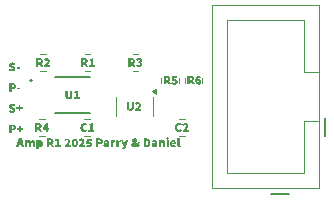
<source format=gbr>
%TF.GenerationSoftware,KiCad,Pcbnew,9.0.3*%
%TF.CreationDate,2025-08-16T16:24:49-06:00*%
%TF.ProjectId,Amplifier,416d706c-6966-4696-9572-2e6b69636164,rev?*%
%TF.SameCoordinates,Original*%
%TF.FileFunction,Legend,Top*%
%TF.FilePolarity,Positive*%
%FSLAX46Y46*%
G04 Gerber Fmt 4.6, Leading zero omitted, Abs format (unit mm)*
G04 Created by KiCad (PCBNEW 9.0.3) date 2025-08-16 16:24:49*
%MOMM*%
%LPD*%
G01*
G04 APERTURE LIST*
%ADD10C,0.150000*%
%ADD11C,0.200000*%
%ADD12C,0.120000*%
%ADD13C,0.127000*%
G04 APERTURE END LIST*
D10*
G36*
X133317000Y-119132000D02*
G01*
X133113301Y-119132000D01*
X133077495Y-118977540D01*
X132873796Y-118977540D01*
X132837942Y-119132000D01*
X132640984Y-119132000D01*
X132733361Y-118828699D01*
X132908479Y-118828699D01*
X133042764Y-118828699D01*
X133030454Y-118778336D01*
X133003587Y-118664177D01*
X132976720Y-118547771D01*
X132972275Y-118547771D01*
X132947069Y-118664763D01*
X132920789Y-118778336D01*
X132908479Y-118828699D01*
X132733361Y-118828699D01*
X132862561Y-118404498D01*
X133095374Y-118404498D01*
X133317000Y-119132000D01*
G37*
G36*
X133370489Y-118572390D02*
G01*
X133527195Y-118572390D01*
X133540628Y-118640681D01*
X133545074Y-118640681D01*
X133580017Y-118610091D01*
X133617272Y-118583577D01*
X133644033Y-118570278D01*
X133675583Y-118561918D01*
X133712966Y-118558957D01*
X133750419Y-118561755D01*
X133781568Y-118569588D01*
X133807537Y-118581916D01*
X133830530Y-118599189D01*
X133850443Y-118621176D01*
X133867425Y-118648496D01*
X133903641Y-118614817D01*
X133942408Y-118585824D01*
X133970395Y-118571189D01*
X134002536Y-118562128D01*
X134039763Y-118558957D01*
X134084760Y-118563281D01*
X134121023Y-118575337D01*
X134150388Y-118594482D01*
X134174048Y-118621092D01*
X134196679Y-118664501D01*
X134211288Y-118718986D01*
X134216595Y-118787275D01*
X134216595Y-119132000D01*
X134024131Y-119132000D01*
X134024131Y-118811895D01*
X134019939Y-118763050D01*
X134010698Y-118740283D01*
X133994091Y-118727159D01*
X133968151Y-118722355D01*
X133945729Y-118726297D01*
X133920067Y-118739439D01*
X133889798Y-118764903D01*
X133889798Y-119132000D01*
X133697286Y-119132000D01*
X133697286Y-118811895D01*
X133693094Y-118763050D01*
X133683852Y-118740283D01*
X133667252Y-118727157D01*
X133641354Y-118722355D01*
X133618902Y-118726301D01*
X133593238Y-118739445D01*
X133563001Y-118764903D01*
X133563001Y-119132000D01*
X133370489Y-119132000D01*
X133370489Y-118572390D01*
G37*
G36*
X134716278Y-118564111D02*
G01*
X134758325Y-118579131D01*
X134795534Y-118603335D01*
X134827153Y-118636187D01*
X134851925Y-118676151D01*
X134870824Y-118725726D01*
X134881979Y-118780143D01*
X134885918Y-118843256D01*
X134880763Y-118913470D01*
X134866330Y-118971972D01*
X134842994Y-119024526D01*
X134814257Y-119066542D01*
X134779078Y-119100814D01*
X134739861Y-119125307D01*
X134696989Y-119140448D01*
X134653106Y-119145433D01*
X134609085Y-119139422D01*
X134567720Y-119121258D01*
X134527760Y-119089452D01*
X134534501Y-119174547D01*
X134534501Y-119329006D01*
X134341989Y-119329006D01*
X134341989Y-118755963D01*
X134534501Y-118755963D01*
X134534501Y-118961860D01*
X134551987Y-118975292D01*
X134569184Y-118983158D01*
X134606113Y-118988727D01*
X134627034Y-118985402D01*
X134646182Y-118975336D01*
X134664292Y-118957415D01*
X134676625Y-118934827D01*
X134685460Y-118899212D01*
X134688960Y-118845503D01*
X134686229Y-118799130D01*
X134679236Y-118767161D01*
X134669372Y-118745900D01*
X134654233Y-118729176D01*
X134635084Y-118719191D01*
X134610607Y-118715663D01*
X134589148Y-118717973D01*
X134570845Y-118724602D01*
X134554072Y-118736072D01*
X134534501Y-118755963D01*
X134341989Y-118755963D01*
X134341989Y-118572390D01*
X134498695Y-118572390D01*
X134512129Y-118623877D01*
X134516574Y-118623877D01*
X134549862Y-118597590D01*
X134587111Y-118576884D01*
X134627186Y-118563424D01*
X134668786Y-118558957D01*
X134716278Y-118564111D01*
G37*
G36*
X135563389Y-118407341D02*
G01*
X135617328Y-118415684D01*
X135667872Y-118431086D01*
X135710237Y-118453737D01*
X135745692Y-118484945D01*
X135773496Y-118525935D01*
X135786046Y-118557030D01*
X135794102Y-118594480D01*
X135796993Y-118639557D01*
X135793109Y-118690967D01*
X135782230Y-118733730D01*
X135765094Y-118769397D01*
X135741381Y-118801233D01*
X135712983Y-118827960D01*
X135679463Y-118849948D01*
X135837293Y-119132000D01*
X135622408Y-119132000D01*
X135497062Y-118888001D01*
X135423203Y-118888001D01*
X135423203Y-119132000D01*
X135230691Y-119132000D01*
X135230691Y-118735789D01*
X135423203Y-118735789D01*
X135492568Y-118735789D01*
X135538361Y-118731082D01*
X135569931Y-118718744D01*
X135591174Y-118700104D01*
X135604220Y-118674522D01*
X135608974Y-118639557D01*
X135605227Y-118609795D01*
X135595186Y-118588961D01*
X135579323Y-118574637D01*
X135558692Y-118565372D01*
X135530482Y-118559082D01*
X135492568Y-118556710D01*
X135423203Y-118556710D01*
X135423203Y-118735789D01*
X135230691Y-118735789D01*
X135230691Y-118404498D01*
X135506002Y-118404498D01*
X135563389Y-118407341D01*
G37*
G36*
X135928933Y-118977540D02*
G01*
X136081145Y-118977540D01*
X136081145Y-118610443D01*
X135946860Y-118610443D01*
X135946860Y-118491790D01*
X136004876Y-118478084D01*
X136049784Y-118463849D01*
X136091503Y-118445786D01*
X136132631Y-118422425D01*
X136273657Y-118422425D01*
X136273657Y-118977540D01*
X136401249Y-118977540D01*
X136401249Y-119132000D01*
X135928933Y-119132000D01*
X135928933Y-118977540D01*
G37*
G36*
X136723064Y-119022334D02*
G01*
X136840007Y-118912621D01*
X136934578Y-118815803D01*
X136971606Y-118770123D01*
X136997788Y-118729634D01*
X137015396Y-118688736D01*
X137020747Y-118652990D01*
X137017672Y-118621792D01*
X137009400Y-118598767D01*
X136996665Y-118581916D01*
X136979401Y-118569395D01*
X136958656Y-118561683D01*
X136933455Y-118558957D01*
X136899576Y-118564188D01*
X136870196Y-118579669D01*
X136817048Y-118626124D01*
X136714124Y-118523151D01*
X136768933Y-118472251D01*
X136796682Y-118452263D01*
X136825450Y-118436445D01*
X136855843Y-118424290D01*
X136888123Y-118415733D01*
X136921987Y-118410743D01*
X136960321Y-118408992D01*
X137012517Y-118413315D01*
X137058800Y-118425796D01*
X137100860Y-118446138D01*
X137136030Y-118472788D01*
X137164704Y-118505982D01*
X137186392Y-118546110D01*
X137199704Y-118590869D01*
X137204320Y-118641804D01*
X137199839Y-118684089D01*
X137185855Y-118728510D01*
X137164997Y-118772087D01*
X137138277Y-118816389D01*
X137107544Y-118859201D01*
X137072771Y-118901434D01*
X137000621Y-118979787D01*
X137061633Y-118973632D01*
X137119274Y-118970848D01*
X137237879Y-118970848D01*
X137237879Y-119132000D01*
X136723064Y-119132000D01*
X136723064Y-119022334D01*
G37*
G36*
X137645452Y-118414843D02*
G01*
X137695981Y-118431951D01*
X137726661Y-118449581D01*
X137754556Y-118472368D01*
X137779903Y-118500778D01*
X137800953Y-118532685D01*
X137819115Y-118570460D01*
X137834173Y-118614937D01*
X137848150Y-118686234D01*
X137853224Y-118773842D01*
X137848171Y-118861589D01*
X137834173Y-118933919D01*
X137819120Y-118979137D01*
X137800957Y-119017665D01*
X137779903Y-119050325D01*
X137754535Y-119079493D01*
X137726634Y-119103026D01*
X137695981Y-119121399D01*
X137662813Y-119134648D01*
X137627346Y-119142690D01*
X137589100Y-119145433D01*
X137550142Y-119142666D01*
X137514499Y-119134602D01*
X137481633Y-119121399D01*
X137451348Y-119103062D01*
X137423620Y-119079536D01*
X137398249Y-119050325D01*
X137377218Y-119017670D01*
X137359055Y-118979142D01*
X137343978Y-118933919D01*
X137330016Y-118861591D01*
X137324976Y-118773842D01*
X137506302Y-118773842D01*
X137508179Y-118841026D01*
X137512994Y-118888050D01*
X137521429Y-118929102D01*
X137530921Y-118956291D01*
X137543868Y-118977822D01*
X137557202Y-118989313D01*
X137572813Y-118995631D01*
X137589100Y-118997715D01*
X137605422Y-118995629D01*
X137620998Y-118989313D01*
X137634372Y-118977816D01*
X137647328Y-118956291D01*
X137656809Y-118929101D01*
X137665206Y-118888050D01*
X137670056Y-118841027D01*
X137671947Y-118773842D01*
X137670045Y-118706843D01*
X137665206Y-118660806D01*
X137656792Y-118620850D01*
X137647328Y-118594763D01*
X137634385Y-118574443D01*
X137620998Y-118563988D01*
X137605482Y-118558531D01*
X137589100Y-118556710D01*
X137572753Y-118558528D01*
X137557202Y-118563988D01*
X137543855Y-118574437D01*
X137530921Y-118594763D01*
X137521446Y-118620850D01*
X137512994Y-118660806D01*
X137508190Y-118706844D01*
X137506302Y-118773842D01*
X137324976Y-118773842D01*
X137330027Y-118686162D01*
X137343978Y-118614351D01*
X137359104Y-118569517D01*
X137377273Y-118531770D01*
X137398249Y-118500192D01*
X137423563Y-118472104D01*
X137451284Y-118449507D01*
X137481633Y-118431951D01*
X137531883Y-118414882D01*
X137589100Y-118408992D01*
X137645452Y-118414843D01*
G37*
G36*
X137931382Y-119022334D02*
G01*
X138048325Y-118912621D01*
X138142896Y-118815803D01*
X138179924Y-118770123D01*
X138206106Y-118729634D01*
X138223714Y-118688736D01*
X138229065Y-118652990D01*
X138225990Y-118621792D01*
X138217718Y-118598767D01*
X138204983Y-118581916D01*
X138187719Y-118569395D01*
X138166974Y-118561683D01*
X138141773Y-118558957D01*
X138107895Y-118564188D01*
X138078514Y-118579669D01*
X138025367Y-118626124D01*
X137922443Y-118523151D01*
X137977251Y-118472251D01*
X138005000Y-118452263D01*
X138033769Y-118436445D01*
X138064161Y-118424290D01*
X138096441Y-118415733D01*
X138130305Y-118410743D01*
X138168639Y-118408992D01*
X138220835Y-118413315D01*
X138267118Y-118425796D01*
X138309179Y-118446138D01*
X138344348Y-118472788D01*
X138373022Y-118505982D01*
X138394711Y-118546110D01*
X138408023Y-118590869D01*
X138412638Y-118641804D01*
X138408157Y-118684089D01*
X138394173Y-118728510D01*
X138373315Y-118772087D01*
X138346595Y-118816389D01*
X138315862Y-118859201D01*
X138281089Y-118901434D01*
X138208940Y-118979787D01*
X138269951Y-118973632D01*
X138327593Y-118970848D01*
X138446197Y-118970848D01*
X138446197Y-119132000D01*
X137931382Y-119132000D01*
X137931382Y-119022334D01*
G37*
G36*
X138777293Y-119145433D02*
G01*
X138719626Y-119142000D01*
X138669824Y-119132279D01*
X138626741Y-119116905D01*
X138567649Y-119084048D01*
X138519861Y-119044707D01*
X138604906Y-118923807D01*
X138638523Y-118950618D01*
X138673196Y-118971972D01*
X138710002Y-118986263D01*
X138748179Y-118990974D01*
X138781076Y-118988148D01*
X138806450Y-118980455D01*
X138825946Y-118968601D01*
X138840669Y-118951814D01*
X138849984Y-118929300D01*
X138853399Y-118899187D01*
X138850086Y-118869805D01*
X138840987Y-118847441D01*
X138826532Y-118830408D01*
X138807455Y-118817931D01*
X138784644Y-118810190D01*
X138757118Y-118807450D01*
X138731375Y-118809110D01*
X138709540Y-118814142D01*
X138686630Y-118824254D01*
X138658639Y-118841009D01*
X138575841Y-118787275D01*
X138593720Y-118422425D01*
X139014550Y-118422425D01*
X139014550Y-118583577D01*
X138759365Y-118583577D01*
X138750426Y-118686549D01*
X138784522Y-118677610D01*
X138817593Y-118675363D01*
X138862624Y-118678764D01*
X138904885Y-118688796D01*
X138944019Y-118705721D01*
X138977621Y-118729096D01*
X139005470Y-118759210D01*
X139027446Y-118797387D01*
X139041044Y-118841113D01*
X139045911Y-118894742D01*
X139040269Y-118951861D01*
X139024076Y-119001085D01*
X138998251Y-119044593D01*
X138965311Y-119079976D01*
X138925720Y-119107940D01*
X138879679Y-119128678D01*
X138830024Y-119141200D01*
X138777293Y-119145433D01*
G37*
G36*
X139728331Y-118407495D02*
G01*
X139782938Y-118416270D01*
X139833925Y-118432476D01*
X139876923Y-118456570D01*
X139912929Y-118489315D01*
X139941256Y-118531553D01*
X139954169Y-118563406D01*
X139962402Y-118601249D01*
X139965339Y-118646249D01*
X139962447Y-118690509D01*
X139954253Y-118728620D01*
X139941256Y-118761532D01*
X139912926Y-118805606D01*
X139876923Y-118840471D01*
X139834018Y-118867110D01*
X139784062Y-118886340D01*
X139730608Y-118897622D01*
X139674348Y-118901434D01*
X139596043Y-118901434D01*
X139596043Y-119132000D01*
X139403531Y-119132000D01*
X139403531Y-118749222D01*
X139596043Y-118749222D01*
X139665408Y-118749222D01*
X139702555Y-118745765D01*
X139729935Y-118736500D01*
X139749916Y-118722355D01*
X139764681Y-118702811D01*
X139773967Y-118677963D01*
X139777321Y-118646249D01*
X139773512Y-118614967D01*
X139763260Y-118592633D01*
X139747083Y-118576884D01*
X139725953Y-118566339D01*
X139697862Y-118559322D01*
X139660914Y-118556710D01*
X139596043Y-118556710D01*
X139596043Y-118749222D01*
X139403531Y-118749222D01*
X139403531Y-118404498D01*
X139669903Y-118404498D01*
X139728331Y-118407495D01*
G37*
G36*
X140330579Y-118563246D02*
G01*
X140376032Y-118575359D01*
X140414604Y-118594639D01*
X140447425Y-118621092D01*
X140472737Y-118653677D01*
X140492101Y-118696131D01*
X140504863Y-118750850D01*
X140509561Y-118820834D01*
X140509561Y-119132000D01*
X140352854Y-119132000D01*
X140339421Y-119078266D01*
X140334927Y-119078266D01*
X140300045Y-119105789D01*
X140263852Y-119126968D01*
X140224758Y-119140708D01*
X140180468Y-119145433D01*
X140142712Y-119141826D01*
X140109979Y-119131462D01*
X140080778Y-119114916D01*
X140056783Y-119093946D01*
X140037721Y-119068619D01*
X140023810Y-119039138D01*
X140015449Y-119007103D01*
X140012624Y-118973046D01*
X140014345Y-118957415D01*
X140196148Y-118957415D01*
X140199285Y-118974855D01*
X140208007Y-118986814D01*
X140223138Y-118994645D01*
X140247635Y-118997715D01*
X140269623Y-118994886D01*
X140286225Y-118987066D01*
X140317048Y-118959662D01*
X140317048Y-118883556D01*
X140270686Y-118892641D01*
X140240434Y-118902970D01*
X140221891Y-118913793D01*
X140202024Y-118935733D01*
X140196148Y-118957415D01*
X140014345Y-118957415D01*
X140017236Y-118931155D01*
X140030532Y-118895124D01*
X140052510Y-118863648D01*
X140084236Y-118835977D01*
X140120119Y-118815637D01*
X140168782Y-118797226D01*
X140233271Y-118781473D01*
X140317048Y-118769397D01*
X140309713Y-118744093D01*
X140295306Y-118726656D01*
X140272744Y-118715445D01*
X140238695Y-118711169D01*
X140208276Y-118713994D01*
X140174899Y-118722942D01*
X140140486Y-118736849D01*
X140097669Y-118758161D01*
X140030503Y-118632816D01*
X140090785Y-118600908D01*
X140150279Y-118578008D01*
X140211793Y-118563767D01*
X140276748Y-118558957D01*
X140330579Y-118563246D01*
G37*
G36*
X140635248Y-118572390D02*
G01*
X140791954Y-118572390D01*
X140805388Y-118668622D01*
X140809833Y-118668622D01*
X140833125Y-118632579D01*
X140857923Y-118605240D01*
X140884278Y-118585286D01*
X140913841Y-118570240D01*
X140941839Y-118561707D01*
X140968786Y-118558957D01*
X141010161Y-118561790D01*
X141038151Y-118570143D01*
X141006839Y-118735789D01*
X140977139Y-118729634D01*
X140944166Y-118726849D01*
X140914260Y-118731697D01*
X140880907Y-118747561D01*
X140861479Y-118763669D01*
X140843726Y-118787444D01*
X140827760Y-118820834D01*
X140827760Y-119132000D01*
X140635248Y-119132000D01*
X140635248Y-118572390D01*
G37*
G36*
X141103413Y-118572390D02*
G01*
X141260119Y-118572390D01*
X141273552Y-118668622D01*
X141277997Y-118668622D01*
X141301290Y-118632579D01*
X141326088Y-118605240D01*
X141352443Y-118585286D01*
X141382006Y-118570240D01*
X141410003Y-118561707D01*
X141436951Y-118558957D01*
X141478325Y-118561790D01*
X141506316Y-118570143D01*
X141475004Y-118735789D01*
X141445304Y-118729634D01*
X141412331Y-118726849D01*
X141382424Y-118731697D01*
X141349072Y-118747561D01*
X141329643Y-118763669D01*
X141311890Y-118787444D01*
X141295925Y-118820834D01*
X141295925Y-119132000D01*
X141103413Y-119132000D01*
X141103413Y-118572390D01*
G37*
G36*
X141654376Y-119342390D02*
G01*
X141606846Y-119339606D01*
X141569330Y-119331204D01*
X141602889Y-119185733D01*
X141620231Y-119190178D01*
X141638744Y-119192425D01*
X141674792Y-119188175D01*
X141697460Y-119177331D01*
X141714224Y-119159823D01*
X141726037Y-119136494D01*
X141732729Y-119111874D01*
X141520091Y-118572390D01*
X141712603Y-118572390D01*
X141779770Y-118787275D01*
X141801019Y-118865091D01*
X141820021Y-118946228D01*
X141824515Y-118946228D01*
X141841856Y-118866752D01*
X141860321Y-118787275D01*
X141916302Y-118572390D01*
X142099826Y-118572390D01*
X141911808Y-119123060D01*
X141888522Y-119177869D01*
X141866476Y-119221539D01*
X141841209Y-119259984D01*
X141813329Y-119289780D01*
X141781019Y-119313126D01*
X141744452Y-119329494D01*
X141704001Y-119338968D01*
X141654376Y-119342390D01*
G37*
G36*
X142713275Y-118396674D02*
G01*
X142759161Y-118412388D01*
X142796699Y-118437519D01*
X142819462Y-118462460D01*
X142835724Y-118491205D01*
X142845782Y-118524508D01*
X142849309Y-118563451D01*
X142846136Y-118598083D01*
X142837000Y-118628371D01*
X142822740Y-118656297D01*
X142804515Y-118682055D01*
X142782985Y-118705555D01*
X142758060Y-118727387D01*
X142703789Y-118766026D01*
X142764215Y-118822544D01*
X142831382Y-118874568D01*
X142855545Y-118839606D01*
X142877251Y-118800709D01*
X142895310Y-118759136D01*
X142909735Y-118713416D01*
X143084320Y-118713416D01*
X143062770Y-118776152D01*
X143036204Y-118836563D01*
X143004246Y-118894662D01*
X142965716Y-118951797D01*
X143031174Y-118978555D01*
X143086567Y-118990974D01*
X143041822Y-119145433D01*
X142993863Y-119134341D01*
X142944955Y-119118566D01*
X142896577Y-119098873D01*
X142847062Y-119074896D01*
X142796764Y-119103854D01*
X142740719Y-119126431D01*
X142680587Y-119140513D01*
X142612003Y-119145433D01*
X142550690Y-119140824D01*
X142501214Y-119128092D01*
X142457464Y-119107320D01*
X142423448Y-119081637D01*
X142396365Y-119050170D01*
X142376993Y-119014470D01*
X142365238Y-118975605D01*
X142361312Y-118934993D01*
X142362105Y-118923807D01*
X142542638Y-118923807D01*
X142545493Y-118945049D01*
X142553779Y-118963064D01*
X142567795Y-118978664D01*
X142585736Y-118990052D01*
X142608267Y-118997295D01*
X142636623Y-118999913D01*
X142669480Y-118995762D01*
X142708284Y-118982034D01*
X142636250Y-118919285D01*
X142576197Y-118855565D01*
X142561967Y-118871838D01*
X142551577Y-118888050D01*
X142544873Y-118905365D01*
X142542638Y-118923807D01*
X142362105Y-118923807D01*
X142363931Y-118898063D01*
X142371375Y-118866166D01*
X142383535Y-118836820D01*
X142399365Y-118811357D01*
X142418638Y-118788448D01*
X142440789Y-118767687D01*
X142490028Y-118732418D01*
X142471035Y-118694074D01*
X142457544Y-118657436D01*
X142449033Y-118620868D01*
X142446358Y-118588071D01*
X142604187Y-118588071D01*
X142608947Y-118622602D01*
X142624313Y-118660806D01*
X142656838Y-118639458D01*
X142681417Y-118618308D01*
X142698162Y-118593467D01*
X142703789Y-118563451D01*
X142700746Y-118541654D01*
X142692799Y-118527786D01*
X142680206Y-118519480D01*
X142661242Y-118516410D01*
X142640408Y-118520766D01*
X142621528Y-118534337D01*
X142608948Y-118555459D01*
X142604187Y-118588071D01*
X142446358Y-118588071D01*
X142450009Y-118549676D01*
X142460914Y-118513088D01*
X142478706Y-118479458D01*
X142502875Y-118450415D01*
X142532766Y-118426437D01*
X142568919Y-118407331D01*
X142609327Y-118395296D01*
X142656797Y-118391064D01*
X142713275Y-118396674D01*
G37*
G36*
X143708573Y-118409724D02*
G01*
X143779533Y-118424672D01*
X143823896Y-118441000D01*
X143863052Y-118462264D01*
X143897600Y-118488468D01*
X143927568Y-118519726D01*
X143953120Y-118556782D01*
X143974292Y-118600381D01*
X143988964Y-118646676D01*
X143998353Y-118701069D01*
X144001696Y-118764903D01*
X143998433Y-118828715D01*
X143989240Y-118883518D01*
X143974829Y-118930548D01*
X143954037Y-118974923D01*
X143928867Y-119012725D01*
X143899309Y-119044707D01*
X143865121Y-119071752D01*
X143826860Y-119093738D01*
X143784027Y-119110750D01*
X143715524Y-119126536D01*
X143639093Y-119132000D01*
X143413022Y-119132000D01*
X143413022Y-118977540D01*
X143605534Y-118977540D01*
X143616720Y-118977540D01*
X143655161Y-118975121D01*
X143690579Y-118968064D01*
X143723041Y-118954957D01*
X143750419Y-118935042D01*
X143772352Y-118908028D01*
X143790182Y-118870122D01*
X143800731Y-118825691D01*
X143804739Y-118764903D01*
X143800706Y-118704253D01*
X143790182Y-118660806D01*
X143772352Y-118624034D01*
X143750419Y-118598133D01*
X143723095Y-118579364D01*
X143690579Y-118567359D01*
X143655197Y-118561106D01*
X143616720Y-118558957D01*
X143605534Y-118558957D01*
X143605534Y-118977540D01*
X143413022Y-118977540D01*
X143413022Y-118404498D01*
X143627907Y-118404498D01*
X143708573Y-118409724D01*
G37*
G36*
X144411975Y-118563246D02*
G01*
X144457427Y-118575359D01*
X144496000Y-118594639D01*
X144528821Y-118621092D01*
X144554133Y-118653677D01*
X144573497Y-118696131D01*
X144586259Y-118750850D01*
X144590956Y-118820834D01*
X144590956Y-119132000D01*
X144434250Y-119132000D01*
X144420817Y-119078266D01*
X144416323Y-119078266D01*
X144381440Y-119105789D01*
X144345248Y-119126968D01*
X144306154Y-119140708D01*
X144261863Y-119145433D01*
X144224108Y-119141826D01*
X144191375Y-119131462D01*
X144162173Y-119114916D01*
X144138179Y-119093946D01*
X144119117Y-119068619D01*
X144105206Y-119039138D01*
X144096845Y-119007103D01*
X144094020Y-118973046D01*
X144095741Y-118957415D01*
X144277544Y-118957415D01*
X144280681Y-118974855D01*
X144289402Y-118986814D01*
X144304533Y-118994645D01*
X144329030Y-118997715D01*
X144351018Y-118994886D01*
X144367621Y-118987066D01*
X144398444Y-118959662D01*
X144398444Y-118883556D01*
X144352082Y-118892641D01*
X144321830Y-118902970D01*
X144303287Y-118913793D01*
X144283420Y-118935733D01*
X144277544Y-118957415D01*
X144095741Y-118957415D01*
X144098632Y-118931155D01*
X144111927Y-118895124D01*
X144133905Y-118863648D01*
X144165632Y-118835977D01*
X144201514Y-118815637D01*
X144250178Y-118797226D01*
X144314667Y-118781473D01*
X144398444Y-118769397D01*
X144391109Y-118744093D01*
X144376702Y-118726656D01*
X144354140Y-118715445D01*
X144320091Y-118711169D01*
X144289671Y-118713994D01*
X144256295Y-118722942D01*
X144221881Y-118736849D01*
X144179065Y-118758161D01*
X144111898Y-118632816D01*
X144172181Y-118600908D01*
X144231675Y-118578008D01*
X144293189Y-118563767D01*
X144358144Y-118558957D01*
X144411975Y-118563246D01*
G37*
G36*
X144716644Y-118572390D02*
G01*
X144873350Y-118572390D01*
X144886783Y-118639557D01*
X144891228Y-118639557D01*
X144926955Y-118609370D01*
X144967921Y-118583039D01*
X144997507Y-118569893D01*
X145030652Y-118561776D01*
X145068060Y-118558957D01*
X145113067Y-118563299D01*
X145149114Y-118575374D01*
X145178106Y-118594513D01*
X145201270Y-118621092D01*
X145223273Y-118664418D01*
X145237513Y-118718904D01*
X145242694Y-118787275D01*
X145242694Y-119132000D01*
X145050182Y-119132000D01*
X145050182Y-118811895D01*
X145045990Y-118763050D01*
X145036748Y-118740283D01*
X145020141Y-118727159D01*
X144994201Y-118722355D01*
X144968885Y-118725326D01*
X144949407Y-118733542D01*
X144909156Y-118764903D01*
X144909156Y-119132000D01*
X144716644Y-119132000D01*
X144716644Y-118572390D01*
G37*
G36*
X145368479Y-118572390D02*
G01*
X145560991Y-118572390D01*
X145560991Y-119132000D01*
X145368479Y-119132000D01*
X145368479Y-118572390D01*
G37*
G36*
X145464711Y-118502976D02*
G01*
X145434400Y-118499811D01*
X145409005Y-118490808D01*
X145387481Y-118476159D01*
X145370740Y-118456553D01*
X145360753Y-118433756D01*
X145357293Y-118406745D01*
X145360754Y-118379736D01*
X145370742Y-118356955D01*
X145387481Y-118337380D01*
X145409008Y-118322702D01*
X145434403Y-118313683D01*
X145464711Y-118310513D01*
X145495050Y-118313686D01*
X145520442Y-118322706D01*
X145541940Y-118337380D01*
X145558709Y-118356959D01*
X145568712Y-118379739D01*
X145572177Y-118406745D01*
X145568713Y-118433752D01*
X145558711Y-118456550D01*
X145541940Y-118476159D01*
X145520446Y-118490804D01*
X145495053Y-118499809D01*
X145464711Y-118502976D01*
G37*
G36*
X145988949Y-118564548D02*
G01*
X146037411Y-118580255D01*
X146079671Y-118605634D01*
X146113517Y-118638434D01*
X146139758Y-118678041D01*
X146158849Y-118724602D01*
X146170129Y-118774994D01*
X146173992Y-118829822D01*
X146171159Y-118877938D01*
X146166127Y-118910374D01*
X145847195Y-118910374D01*
X145859244Y-118941939D01*
X145875307Y-118964655D01*
X145895311Y-118980325D01*
X145932226Y-118994811D01*
X145976986Y-118999913D01*
X146005727Y-118997817D01*
X146033503Y-118991560D01*
X146060947Y-118981359D01*
X146091145Y-118966354D01*
X146153817Y-119080513D01*
X146105734Y-119108826D01*
X146052554Y-119129215D01*
X145997905Y-119141589D01*
X145950119Y-119145433D01*
X145890163Y-119140425D01*
X145835960Y-119125845D01*
X145786650Y-119101643D01*
X145744759Y-119068789D01*
X145710569Y-119027491D01*
X145683748Y-118976466D01*
X145671568Y-118939267D01*
X145664001Y-118898046D01*
X145661375Y-118852195D01*
X145664060Y-118807128D01*
X145668275Y-118785028D01*
X145844948Y-118785028D01*
X146010593Y-118785028D01*
X146006413Y-118754300D01*
X145994327Y-118728559D01*
X145981554Y-118715886D01*
X145962427Y-118707619D01*
X145934487Y-118704477D01*
X145903903Y-118709307D01*
X145877921Y-118723528D01*
X145864292Y-118737810D01*
X145853202Y-118757803D01*
X145844948Y-118785028D01*
X145668275Y-118785028D01*
X145671814Y-118766472D01*
X145684334Y-118729634D01*
X145711285Y-118678861D01*
X145744759Y-118637310D01*
X145785051Y-118603653D01*
X145830391Y-118579131D01*
X145879430Y-118563984D01*
X145929993Y-118558957D01*
X145988949Y-118564548D01*
G37*
G36*
X146451354Y-119145433D02*
G01*
X146404551Y-119141355D01*
X146369093Y-119130339D01*
X146339120Y-119111854D01*
X146315946Y-119087254D01*
X146298992Y-119057174D01*
X146287418Y-119020674D01*
X146281212Y-118980894D01*
X146279016Y-118934993D01*
X146279016Y-118353011D01*
X146471528Y-118353011D01*
X146471528Y-118941734D01*
X146474700Y-118967883D01*
X146482129Y-118980911D01*
X146493146Y-118988702D01*
X146502840Y-118990974D01*
X146512366Y-118990974D01*
X146523015Y-118988727D01*
X146545388Y-119129752D01*
X146506748Y-119140939D01*
X146451354Y-119145433D01*
G37*
G36*
X132380400Y-117232495D02*
G01*
X132435006Y-117241270D01*
X132485993Y-117257476D01*
X132528991Y-117281570D01*
X132564997Y-117314315D01*
X132593325Y-117356553D01*
X132606238Y-117388406D01*
X132614471Y-117426249D01*
X132617407Y-117471249D01*
X132614516Y-117515509D01*
X132606322Y-117553620D01*
X132593325Y-117586532D01*
X132564995Y-117630606D01*
X132528991Y-117665471D01*
X132486087Y-117692110D01*
X132436130Y-117711340D01*
X132382677Y-117722622D01*
X132326416Y-117726434D01*
X132248112Y-117726434D01*
X132248112Y-117957000D01*
X132055600Y-117957000D01*
X132055600Y-117574222D01*
X132248112Y-117574222D01*
X132317477Y-117574222D01*
X132354623Y-117570765D01*
X132382003Y-117561500D01*
X132401985Y-117547355D01*
X132416749Y-117527811D01*
X132426035Y-117502963D01*
X132429389Y-117471249D01*
X132425581Y-117439967D01*
X132415328Y-117417633D01*
X132399152Y-117401884D01*
X132378021Y-117391339D01*
X132349930Y-117384322D01*
X132312983Y-117381710D01*
X132248112Y-117381710D01*
X132248112Y-117574222D01*
X132055600Y-117574222D01*
X132055600Y-117229498D01*
X132321971Y-117229498D01*
X132380400Y-117232495D01*
G37*
G36*
X132888565Y-117654822D02*
G01*
X132693806Y-117654822D01*
X132693806Y-117520489D01*
X132888565Y-117520489D01*
X132888565Y-117319037D01*
X133027344Y-117319037D01*
X133027344Y-117520489D01*
X133222055Y-117520489D01*
X133222055Y-117654822D01*
X133027344Y-117654822D01*
X133027344Y-117856274D01*
X132888565Y-117856274D01*
X132888565Y-117654822D01*
G37*
G36*
X132286165Y-112720433D02*
G01*
X132216743Y-112714313D01*
X132143429Y-112695276D01*
X132096303Y-112675391D01*
X132052208Y-112649188D01*
X132010806Y-112616337D01*
X132120519Y-112484299D01*
X132161272Y-112512725D01*
X132204979Y-112535199D01*
X132250151Y-112550139D01*
X132290610Y-112554787D01*
X132330799Y-112550859D01*
X132353869Y-112541354D01*
X132368513Y-112525216D01*
X132373457Y-112503301D01*
X132371693Y-112490732D01*
X132366716Y-112480928D01*
X132347128Y-112464124D01*
X132316353Y-112449030D01*
X132274930Y-112432812D01*
X132184316Y-112394759D01*
X132155911Y-112381795D01*
X132128335Y-112365060D01*
X132103111Y-112344893D01*
X132081294Y-112321438D01*
X132063387Y-112294660D01*
X132049396Y-112263796D01*
X132040695Y-112230197D01*
X132037672Y-112192136D01*
X132042743Y-112146512D01*
X132057798Y-112104306D01*
X132081758Y-112066140D01*
X132113778Y-112032694D01*
X132152484Y-112005445D01*
X132199361Y-111983992D01*
X132250802Y-111970673D01*
X132308538Y-111966064D01*
X132370935Y-111971823D01*
X132435544Y-111989609D01*
X132476727Y-112008160D01*
X132514864Y-112032659D01*
X132550289Y-112063468D01*
X132454009Y-112184320D01*
X132416831Y-112161136D01*
X132382934Y-112145143D01*
X132347719Y-112135147D01*
X132308538Y-112131710D01*
X132275121Y-112135133D01*
X132252557Y-112144020D01*
X132237522Y-112159300D01*
X132232431Y-112180949D01*
X132235432Y-112196415D01*
X132244464Y-112209443D01*
X132260959Y-112220712D01*
X132339849Y-112253734D01*
X132428265Y-112288416D01*
X132471644Y-112309478D01*
X132506302Y-112334485D01*
X132533485Y-112363399D01*
X132553428Y-112397262D01*
X132565953Y-112438094D01*
X132570415Y-112487621D01*
X132565669Y-112532614D01*
X132551364Y-112576085D01*
X132528145Y-112615758D01*
X132495969Y-112650482D01*
X132456365Y-112678705D01*
X132407016Y-112701431D01*
X132352019Y-112715440D01*
X132286165Y-112720433D01*
G37*
G36*
X132677637Y-112355583D02*
G01*
X132959689Y-112355583D01*
X132959689Y-112489868D01*
X132677637Y-112489868D01*
X132677637Y-112355583D01*
G37*
G36*
X132380400Y-113732495D02*
G01*
X132435006Y-113741270D01*
X132485993Y-113757476D01*
X132528991Y-113781570D01*
X132564997Y-113814315D01*
X132593325Y-113856553D01*
X132606238Y-113888406D01*
X132614471Y-113926249D01*
X132617407Y-113971249D01*
X132614516Y-114015509D01*
X132606322Y-114053620D01*
X132593325Y-114086532D01*
X132564995Y-114130606D01*
X132528991Y-114165471D01*
X132486087Y-114192110D01*
X132436130Y-114211340D01*
X132382677Y-114222622D01*
X132326416Y-114226434D01*
X132248112Y-114226434D01*
X132248112Y-114457000D01*
X132055600Y-114457000D01*
X132055600Y-114074222D01*
X132248112Y-114074222D01*
X132317477Y-114074222D01*
X132354623Y-114070765D01*
X132382003Y-114061500D01*
X132401985Y-114047355D01*
X132416749Y-114027811D01*
X132426035Y-114002963D01*
X132429389Y-113971249D01*
X132425581Y-113939967D01*
X132415328Y-113917633D01*
X132399152Y-113901884D01*
X132378021Y-113891339D01*
X132349930Y-113884322D01*
X132312983Y-113881710D01*
X132248112Y-113881710D01*
X132248112Y-114074222D01*
X132055600Y-114074222D01*
X132055600Y-113729498D01*
X132321971Y-113729498D01*
X132380400Y-113732495D01*
G37*
G36*
X132682327Y-114105583D02*
G01*
X132964378Y-114105583D01*
X132964378Y-114239868D01*
X132682327Y-114239868D01*
X132682327Y-114105583D01*
G37*
G36*
X132286165Y-116220433D02*
G01*
X132216743Y-116214313D01*
X132143429Y-116195276D01*
X132096303Y-116175391D01*
X132052208Y-116149188D01*
X132010806Y-116116337D01*
X132120519Y-115984299D01*
X132161272Y-116012725D01*
X132204979Y-116035199D01*
X132250151Y-116050139D01*
X132290610Y-116054787D01*
X132330799Y-116050859D01*
X132353869Y-116041354D01*
X132368513Y-116025216D01*
X132373457Y-116003301D01*
X132371693Y-115990732D01*
X132366716Y-115980928D01*
X132347128Y-115964124D01*
X132316353Y-115949030D01*
X132274930Y-115932812D01*
X132184316Y-115894759D01*
X132155911Y-115881795D01*
X132128335Y-115865060D01*
X132103111Y-115844893D01*
X132081294Y-115821438D01*
X132063387Y-115794660D01*
X132049396Y-115763796D01*
X132040695Y-115730197D01*
X132037672Y-115692136D01*
X132042743Y-115646512D01*
X132057798Y-115604306D01*
X132081758Y-115566140D01*
X132113778Y-115532694D01*
X132152484Y-115505445D01*
X132199361Y-115483992D01*
X132250802Y-115470673D01*
X132308538Y-115466064D01*
X132370935Y-115471823D01*
X132435544Y-115489609D01*
X132476727Y-115508160D01*
X132514864Y-115532659D01*
X132550289Y-115563468D01*
X132454009Y-115684320D01*
X132416831Y-115661136D01*
X132382934Y-115645143D01*
X132347719Y-115635147D01*
X132308538Y-115631710D01*
X132275121Y-115635133D01*
X132252557Y-115644020D01*
X132237522Y-115659300D01*
X132232431Y-115680949D01*
X132235432Y-115696415D01*
X132244464Y-115709443D01*
X132260959Y-115720712D01*
X132339849Y-115753734D01*
X132428265Y-115788416D01*
X132471644Y-115809478D01*
X132506302Y-115834485D01*
X132533485Y-115863399D01*
X132553428Y-115897262D01*
X132565953Y-115938094D01*
X132570415Y-115987621D01*
X132565669Y-116032614D01*
X132551364Y-116076085D01*
X132528145Y-116115758D01*
X132495969Y-116150482D01*
X132456365Y-116178705D01*
X132407016Y-116201431D01*
X132352019Y-116215440D01*
X132286165Y-116220433D01*
G37*
G36*
X132839326Y-115904822D02*
G01*
X132644567Y-115904822D01*
X132644567Y-115770489D01*
X132839326Y-115770489D01*
X132839326Y-115569037D01*
X132978105Y-115569037D01*
X132978105Y-115770489D01*
X133172815Y-115770489D01*
X133172815Y-115904822D01*
X132978105Y-115904822D01*
X132978105Y-116106274D01*
X132839326Y-116106274D01*
X132839326Y-115904822D01*
G37*
G36*
X146416259Y-117845433D02*
G01*
X146348134Y-117839662D01*
X146283587Y-117822523D01*
X146243050Y-117804536D01*
X146206246Y-117781463D01*
X146172798Y-117753109D01*
X146143804Y-117720217D01*
X146118622Y-117681646D01*
X146097278Y-117636703D01*
X146082154Y-117589274D01*
X146072631Y-117535320D01*
X146069288Y-117473842D01*
X146072729Y-117413187D01*
X146082598Y-117359211D01*
X146098402Y-117311030D01*
X146120443Y-117265311D01*
X146146368Y-117225590D01*
X146176169Y-117191253D01*
X146210352Y-117161257D01*
X146247555Y-117136520D01*
X146288081Y-117116808D01*
X146330881Y-117102519D01*
X146374967Y-117093947D01*
X146420704Y-117091064D01*
X146468547Y-117094392D01*
X146511579Y-117104017D01*
X146550544Y-117119641D01*
X146604013Y-117151428D01*
X146646824Y-117187345D01*
X146546099Y-117310443D01*
X146518465Y-117288811D01*
X146490656Y-117271853D01*
X146460572Y-117260623D01*
X146425199Y-117256710D01*
X146393686Y-117260359D01*
X146364187Y-117271267D01*
X146337572Y-117288704D01*
X146313824Y-117312690D01*
X146294644Y-117341906D01*
X146279141Y-117378734D01*
X146269652Y-117419436D01*
X146266294Y-117467150D01*
X146269457Y-117519419D01*
X146278198Y-117562106D01*
X146291658Y-117596840D01*
X146309379Y-117624979D01*
X146332906Y-117649181D01*
X146359231Y-117666045D01*
X146388936Y-117676257D01*
X146422952Y-117679787D01*
X146463667Y-117675036D01*
X146498520Y-117661323D01*
X146529443Y-117640817D01*
X146555038Y-117617115D01*
X146655764Y-117737966D01*
X146622434Y-117771187D01*
X146586523Y-117797894D01*
X146547760Y-117818566D01*
X146506353Y-117833402D01*
X146462674Y-117842384D01*
X146416259Y-117845433D01*
G37*
G36*
X146716092Y-117722334D02*
G01*
X146833035Y-117612621D01*
X146927606Y-117515803D01*
X146964634Y-117470123D01*
X146990816Y-117429634D01*
X147008424Y-117388736D01*
X147013775Y-117352990D01*
X147010700Y-117321792D01*
X147002428Y-117298767D01*
X146989693Y-117281916D01*
X146972429Y-117269395D01*
X146951684Y-117261683D01*
X146926483Y-117258957D01*
X146892604Y-117264188D01*
X146863224Y-117279669D01*
X146810076Y-117326124D01*
X146707152Y-117223151D01*
X146761961Y-117172251D01*
X146789710Y-117152263D01*
X146818478Y-117136445D01*
X146848871Y-117124290D01*
X146881151Y-117115733D01*
X146915015Y-117110743D01*
X146953349Y-117108992D01*
X147005545Y-117113315D01*
X147051828Y-117125796D01*
X147093888Y-117146138D01*
X147129058Y-117172788D01*
X147157732Y-117205982D01*
X147179420Y-117246110D01*
X147192733Y-117290869D01*
X147197348Y-117341804D01*
X147192867Y-117384089D01*
X147178883Y-117428510D01*
X147158025Y-117472087D01*
X147131305Y-117516389D01*
X147100572Y-117559201D01*
X147065799Y-117601434D01*
X146993649Y-117679787D01*
X147054661Y-117673632D01*
X147112303Y-117670848D01*
X147230907Y-117670848D01*
X147230907Y-117832000D01*
X146716092Y-117832000D01*
X146716092Y-117722334D01*
G37*
G36*
X137099875Y-115095433D02*
G01*
X137037604Y-115091323D01*
X136985122Y-115079783D01*
X136940846Y-115061651D01*
X136903482Y-115037273D01*
X136872094Y-115006480D01*
X136847487Y-114970856D01*
X136827172Y-114927075D01*
X136811550Y-114873649D01*
X136801372Y-114808818D01*
X136797698Y-114730583D01*
X136797698Y-114354498D01*
X136990210Y-114354498D01*
X136990210Y-114752956D01*
X136993942Y-114818153D01*
X137003382Y-114861937D01*
X137016490Y-114890073D01*
X137036897Y-114911727D01*
X137063951Y-114924997D01*
X137099875Y-114929787D01*
X137135874Y-114925022D01*
X137163339Y-114911761D01*
X137184383Y-114890073D01*
X137198083Y-114861846D01*
X137207908Y-114818056D01*
X137211787Y-114752956D01*
X137211787Y-114354498D01*
X137397607Y-114354498D01*
X137397607Y-114730583D01*
X137394002Y-114808925D01*
X137384020Y-114873807D01*
X137368715Y-114927226D01*
X137348843Y-114970951D01*
X137324822Y-115006480D01*
X137294071Y-115037269D01*
X137257323Y-115061636D01*
X137213634Y-115079766D01*
X137161689Y-115091316D01*
X137099875Y-115095433D01*
G37*
G36*
X137548109Y-114927540D02*
G01*
X137700321Y-114927540D01*
X137700321Y-114560443D01*
X137566037Y-114560443D01*
X137566037Y-114441790D01*
X137624053Y-114428084D01*
X137668961Y-114413849D01*
X137710680Y-114395786D01*
X137751808Y-114372425D01*
X137892834Y-114372425D01*
X137892834Y-114927540D01*
X138020426Y-114927540D01*
X138020426Y-115082000D01*
X137548109Y-115082000D01*
X137548109Y-114927540D01*
G37*
G36*
X145458727Y-113107341D02*
G01*
X145512666Y-113115684D01*
X145563211Y-113131086D01*
X145605576Y-113153737D01*
X145641031Y-113184945D01*
X145668835Y-113225935D01*
X145681385Y-113257030D01*
X145689441Y-113294480D01*
X145692331Y-113339557D01*
X145688447Y-113390967D01*
X145677568Y-113433730D01*
X145660433Y-113469397D01*
X145636719Y-113501233D01*
X145608322Y-113527960D01*
X145574801Y-113549948D01*
X145732631Y-113832000D01*
X145517746Y-113832000D01*
X145392401Y-113588001D01*
X145318542Y-113588001D01*
X145318542Y-113832000D01*
X145126030Y-113832000D01*
X145126030Y-113435789D01*
X145318542Y-113435789D01*
X145387907Y-113435789D01*
X145433700Y-113431082D01*
X145465269Y-113418744D01*
X145486512Y-113400104D01*
X145499559Y-113374522D01*
X145504313Y-113339557D01*
X145500565Y-113309795D01*
X145490525Y-113288961D01*
X145474662Y-113274637D01*
X145454030Y-113265372D01*
X145425820Y-113259082D01*
X145387907Y-113256710D01*
X145318542Y-113256710D01*
X145318542Y-113435789D01*
X145126030Y-113435789D01*
X145126030Y-113104498D01*
X145401340Y-113104498D01*
X145458727Y-113107341D01*
G37*
G36*
X146032464Y-113845433D02*
G01*
X145974797Y-113842000D01*
X145924995Y-113832279D01*
X145881912Y-113816905D01*
X145822820Y-113784048D01*
X145775032Y-113744707D01*
X145860077Y-113623807D01*
X145893694Y-113650618D01*
X145928367Y-113671972D01*
X145965173Y-113686263D01*
X146003350Y-113690974D01*
X146036247Y-113688148D01*
X146061621Y-113680455D01*
X146081117Y-113668601D01*
X146095840Y-113651814D01*
X146105155Y-113629300D01*
X146108570Y-113599187D01*
X146105257Y-113569805D01*
X146096158Y-113547441D01*
X146081703Y-113530408D01*
X146062626Y-113517931D01*
X146039815Y-113510190D01*
X146012289Y-113507450D01*
X145986546Y-113509110D01*
X145964711Y-113514142D01*
X145941801Y-113524254D01*
X145913811Y-113541009D01*
X145831012Y-113487275D01*
X145848891Y-113122425D01*
X146269721Y-113122425D01*
X146269721Y-113283577D01*
X146014536Y-113283577D01*
X146005597Y-113386549D01*
X146039693Y-113377610D01*
X146072764Y-113375363D01*
X146117795Y-113378764D01*
X146160056Y-113388796D01*
X146199191Y-113405721D01*
X146232792Y-113429096D01*
X146260641Y-113459210D01*
X146282617Y-113497387D01*
X146296215Y-113541113D01*
X146301082Y-113594742D01*
X146295440Y-113651861D01*
X146279247Y-113701085D01*
X146253422Y-113744593D01*
X146220482Y-113779976D01*
X146180891Y-113807940D01*
X146134850Y-113828678D01*
X146085195Y-113841200D01*
X146032464Y-113845433D01*
G37*
G36*
X142458727Y-111607341D02*
G01*
X142512666Y-111615684D01*
X142563211Y-111631086D01*
X142605576Y-111653737D01*
X142641031Y-111684945D01*
X142668835Y-111725935D01*
X142681385Y-111757030D01*
X142689441Y-111794480D01*
X142692331Y-111839557D01*
X142688447Y-111890967D01*
X142677568Y-111933730D01*
X142660433Y-111969397D01*
X142636719Y-112001233D01*
X142608322Y-112027960D01*
X142574801Y-112049948D01*
X142732631Y-112332000D01*
X142517746Y-112332000D01*
X142392401Y-112088001D01*
X142318542Y-112088001D01*
X142318542Y-112332000D01*
X142126030Y-112332000D01*
X142126030Y-111935789D01*
X142318542Y-111935789D01*
X142387907Y-111935789D01*
X142433700Y-111931082D01*
X142465269Y-111918744D01*
X142486512Y-111900104D01*
X142499559Y-111874522D01*
X142504313Y-111839557D01*
X142500565Y-111809795D01*
X142490525Y-111788961D01*
X142474662Y-111774637D01*
X142454030Y-111765372D01*
X142425820Y-111759082D01*
X142387907Y-111756710D01*
X142318542Y-111756710D01*
X142318542Y-111935789D01*
X142126030Y-111935789D01*
X142126030Y-111604498D01*
X142401340Y-111604498D01*
X142458727Y-111607341D01*
G37*
G36*
X143025723Y-112345433D02*
G01*
X142967963Y-112342181D01*
X142918366Y-112333004D01*
X142875757Y-112318566D01*
X142835809Y-112298021D01*
X142801694Y-112273424D01*
X142772785Y-112244707D01*
X142860077Y-112123807D01*
X142894064Y-112151279D01*
X142930028Y-112172509D01*
X142968116Y-112186464D01*
X143005597Y-112190974D01*
X143049615Y-112186376D01*
X143080580Y-112174219D01*
X143096192Y-112161074D01*
X143105362Y-112144635D01*
X143108570Y-112123807D01*
X143106814Y-112104425D01*
X143101829Y-112088001D01*
X143092473Y-112073893D01*
X143076085Y-112061134D01*
X143054802Y-112051877D01*
X143022352Y-112044379D01*
X142985022Y-112040337D01*
X142931738Y-112038762D01*
X142931738Y-111904477D01*
X142974612Y-111902924D01*
X143006134Y-111898859D01*
X143034049Y-111891592D01*
X143053713Y-111882642D01*
X143069374Y-111870615D01*
X143078919Y-111857436D01*
X143084307Y-111842091D01*
X143086197Y-111823877D01*
X143081439Y-111795111D01*
X143068498Y-111775885D01*
X143046723Y-111763661D01*
X143012289Y-111758957D01*
X142977937Y-111762711D01*
X142948493Y-111773514D01*
X142920533Y-111790712D01*
X142886944Y-111817136D01*
X142790712Y-111700778D01*
X142844932Y-111661532D01*
X142899254Y-111633074D01*
X142937233Y-111619820D01*
X142977757Y-111611746D01*
X143021277Y-111608992D01*
X143080429Y-111612678D01*
X143130476Y-111623034D01*
X143172840Y-111639286D01*
X143208709Y-111661064D01*
X143239164Y-111689661D01*
X143260708Y-111723163D01*
X143273990Y-111762541D01*
X143278660Y-111809320D01*
X143274223Y-111847880D01*
X143261314Y-111881604D01*
X143239723Y-111911652D01*
X143208181Y-111938658D01*
X143164501Y-111962655D01*
X143164501Y-111967150D01*
X143203070Y-111982750D01*
X143235652Y-112003077D01*
X143263029Y-112028161D01*
X143283762Y-112058128D01*
X143296560Y-112093956D01*
X143301082Y-112137240D01*
X143295308Y-112185335D01*
X143278660Y-112226242D01*
X143252625Y-112261767D01*
X143218772Y-112291699D01*
X143178745Y-112314902D01*
X143130942Y-112332000D01*
X143079780Y-112342033D01*
X143025723Y-112345433D01*
G37*
G36*
X147458727Y-113107341D02*
G01*
X147512666Y-113115684D01*
X147563211Y-113131086D01*
X147605576Y-113153737D01*
X147641031Y-113184945D01*
X147668835Y-113225935D01*
X147681385Y-113257030D01*
X147689441Y-113294480D01*
X147692331Y-113339557D01*
X147688447Y-113390967D01*
X147677568Y-113433730D01*
X147660433Y-113469397D01*
X147636719Y-113501233D01*
X147608322Y-113527960D01*
X147574801Y-113549948D01*
X147732631Y-113832000D01*
X147517746Y-113832000D01*
X147392401Y-113588001D01*
X147318542Y-113588001D01*
X147318542Y-113832000D01*
X147126030Y-113832000D01*
X147126030Y-113435789D01*
X147318542Y-113435789D01*
X147387907Y-113435789D01*
X147433700Y-113431082D01*
X147465269Y-113418744D01*
X147486512Y-113400104D01*
X147499559Y-113374522D01*
X147504313Y-113339557D01*
X147500565Y-113309795D01*
X147490525Y-113288961D01*
X147474662Y-113274637D01*
X147454030Y-113265372D01*
X147425820Y-113259082D01*
X147387907Y-113256710D01*
X147318542Y-113256710D01*
X147318542Y-113435789D01*
X147126030Y-113435789D01*
X147126030Y-113104498D01*
X147401340Y-113104498D01*
X147458727Y-113107341D01*
G37*
G36*
X148136369Y-113112216D02*
G01*
X148179658Y-113121357D01*
X148217111Y-113135859D01*
X148268279Y-113165705D01*
X148307774Y-113198531D01*
X148207048Y-113312690D01*
X148187751Y-113295261D01*
X148160007Y-113278545D01*
X148129403Y-113267121D01*
X148099630Y-113263451D01*
X148074480Y-113265853D01*
X148050928Y-113272976D01*
X148029745Y-113285527D01*
X148010628Y-113305412D01*
X147995347Y-113330653D01*
X147982101Y-113364763D01*
X147973463Y-113403394D01*
X147968667Y-113454840D01*
X147998856Y-113424602D01*
X148034125Y-113402230D01*
X148069931Y-113388796D01*
X148101829Y-113384302D01*
X148145713Y-113387582D01*
X148186337Y-113397198D01*
X148223559Y-113413707D01*
X148254627Y-113436912D01*
X148279843Y-113466864D01*
X148299910Y-113505203D01*
X148312244Y-113548962D01*
X148316714Y-113603681D01*
X148311626Y-113658649D01*
X148297125Y-113705531D01*
X148273873Y-113747209D01*
X148243978Y-113781637D01*
X148207789Y-113809079D01*
X148165625Y-113829215D01*
X148119801Y-113841323D01*
X148070517Y-113845433D01*
X148019685Y-113840582D01*
X147969205Y-113825845D01*
X147922501Y-113800823D01*
X147880252Y-113763758D01*
X147856613Y-113733787D01*
X147835470Y-113697357D01*
X147816993Y-113653507D01*
X147804176Y-113607715D01*
X147799809Y-113579062D01*
X147973113Y-113579062D01*
X147980355Y-113614189D01*
X147989330Y-113640073D01*
X148000916Y-113662460D01*
X148012289Y-113678127D01*
X148025392Y-113690133D01*
X148038570Y-113697129D01*
X148066023Y-113702160D01*
X148094316Y-113696892D01*
X148119170Y-113680911D01*
X148130897Y-113665000D01*
X148138976Y-113640402D01*
X148142129Y-113603681D01*
X148140269Y-113579268D01*
X148135388Y-113561720D01*
X148127481Y-113546843D01*
X148118046Y-113535977D01*
X148106543Y-113527902D01*
X148092889Y-113522544D01*
X148063776Y-113518636D01*
X148039750Y-113522038D01*
X148015660Y-113532607D01*
X147994160Y-113550250D01*
X147973113Y-113579062D01*
X147799809Y-113579062D01*
X147795914Y-113553504D01*
X147792959Y-113489522D01*
X147795931Y-113425596D01*
X147804345Y-113369981D01*
X147817579Y-113321630D01*
X147836436Y-113275129D01*
X147858118Y-113235890D01*
X147882450Y-113203025D01*
X147911107Y-113173962D01*
X147942174Y-113150588D01*
X147975897Y-113132488D01*
X148030192Y-113114840D01*
X148086197Y-113108992D01*
X148136369Y-113112216D01*
G37*
G36*
X142299875Y-116069433D02*
G01*
X142237604Y-116065323D01*
X142185122Y-116053783D01*
X142140846Y-116035651D01*
X142103482Y-116011273D01*
X142072094Y-115980480D01*
X142047487Y-115944856D01*
X142027172Y-115901075D01*
X142011550Y-115847649D01*
X142001372Y-115782818D01*
X141997698Y-115704583D01*
X141997698Y-115328498D01*
X142190210Y-115328498D01*
X142190210Y-115726956D01*
X142193942Y-115792153D01*
X142203382Y-115835937D01*
X142216490Y-115864073D01*
X142236897Y-115885727D01*
X142263951Y-115898997D01*
X142299875Y-115903787D01*
X142335874Y-115899022D01*
X142363339Y-115885761D01*
X142384383Y-115864073D01*
X142398083Y-115835846D01*
X142407908Y-115792056D01*
X142411787Y-115726956D01*
X142411787Y-115328498D01*
X142597607Y-115328498D01*
X142597607Y-115704583D01*
X142594002Y-115782925D01*
X142584020Y-115847807D01*
X142568715Y-115901226D01*
X142548843Y-115944951D01*
X142524822Y-115980480D01*
X142494071Y-116011269D01*
X142457323Y-116035636D01*
X142413634Y-116053766D01*
X142361689Y-116065316D01*
X142299875Y-116069433D01*
G37*
G36*
X142714550Y-115946334D02*
G01*
X142831494Y-115836621D01*
X142926065Y-115739803D01*
X142963093Y-115694123D01*
X142989275Y-115653634D01*
X143006882Y-115612736D01*
X143012234Y-115576990D01*
X143009158Y-115545792D01*
X143000886Y-115522767D01*
X142988151Y-115505916D01*
X142970888Y-115493395D01*
X142950142Y-115485683D01*
X142924941Y-115482957D01*
X142891063Y-115488188D01*
X142861682Y-115503669D01*
X142808535Y-115550124D01*
X142705611Y-115447151D01*
X142760419Y-115396251D01*
X142788169Y-115376263D01*
X142816937Y-115360445D01*
X142847330Y-115348290D01*
X142879610Y-115339733D01*
X142913474Y-115334743D01*
X142951808Y-115332992D01*
X143004004Y-115337315D01*
X143050287Y-115349796D01*
X143092347Y-115370138D01*
X143127516Y-115396788D01*
X143156191Y-115429982D01*
X143177879Y-115470110D01*
X143191191Y-115514869D01*
X143195806Y-115565804D01*
X143191326Y-115608089D01*
X143177342Y-115652510D01*
X143156483Y-115696087D01*
X143129763Y-115740389D01*
X143099030Y-115783201D01*
X143064257Y-115825434D01*
X142992108Y-115903787D01*
X143053120Y-115897632D01*
X143110761Y-115894848D01*
X143229365Y-115894848D01*
X143229365Y-116056000D01*
X142714550Y-116056000D01*
X142714550Y-115946334D01*
G37*
G36*
X134658727Y-111607341D02*
G01*
X134712666Y-111615684D01*
X134763211Y-111631086D01*
X134805576Y-111653737D01*
X134841031Y-111684945D01*
X134868835Y-111725935D01*
X134881385Y-111757030D01*
X134889441Y-111794480D01*
X134892331Y-111839557D01*
X134888447Y-111890967D01*
X134877568Y-111933730D01*
X134860433Y-111969397D01*
X134836719Y-112001233D01*
X134808322Y-112027960D01*
X134774801Y-112049948D01*
X134932631Y-112332000D01*
X134717746Y-112332000D01*
X134592401Y-112088001D01*
X134518542Y-112088001D01*
X134518542Y-112332000D01*
X134326030Y-112332000D01*
X134326030Y-111935789D01*
X134518542Y-111935789D01*
X134587907Y-111935789D01*
X134633700Y-111931082D01*
X134665269Y-111918744D01*
X134686512Y-111900104D01*
X134699559Y-111874522D01*
X134704313Y-111839557D01*
X134700565Y-111809795D01*
X134690525Y-111788961D01*
X134674662Y-111774637D01*
X134654030Y-111765372D01*
X134625820Y-111759082D01*
X134587907Y-111756710D01*
X134518542Y-111756710D01*
X134518542Y-111935789D01*
X134326030Y-111935789D01*
X134326030Y-111604498D01*
X134601340Y-111604498D01*
X134658727Y-111607341D01*
G37*
G36*
X134990712Y-112222334D02*
G01*
X135107656Y-112112621D01*
X135202226Y-112015803D01*
X135239255Y-111970123D01*
X135265436Y-111929634D01*
X135283044Y-111888736D01*
X135288395Y-111852990D01*
X135285320Y-111821792D01*
X135277048Y-111798767D01*
X135264313Y-111781916D01*
X135247049Y-111769395D01*
X135226304Y-111761683D01*
X135201103Y-111758957D01*
X135167225Y-111764188D01*
X135137844Y-111779669D01*
X135084697Y-111826124D01*
X134981773Y-111723151D01*
X135036581Y-111672251D01*
X135064331Y-111652263D01*
X135093099Y-111636445D01*
X135123491Y-111624290D01*
X135155771Y-111615733D01*
X135189636Y-111610743D01*
X135227970Y-111608992D01*
X135280166Y-111613315D01*
X135326448Y-111625796D01*
X135368509Y-111646138D01*
X135403678Y-111672788D01*
X135432352Y-111705982D01*
X135454041Y-111746110D01*
X135467353Y-111790869D01*
X135471968Y-111841804D01*
X135467487Y-111884089D01*
X135453503Y-111928510D01*
X135432645Y-111972087D01*
X135405925Y-112016389D01*
X135375192Y-112059201D01*
X135340419Y-112101434D01*
X135268270Y-112179787D01*
X135329282Y-112173632D01*
X135386923Y-112170848D01*
X135505527Y-112170848D01*
X135505527Y-112332000D01*
X134990712Y-112332000D01*
X134990712Y-112222334D01*
G37*
G36*
X138458727Y-111607341D02*
G01*
X138512666Y-111615684D01*
X138563211Y-111631086D01*
X138605576Y-111653737D01*
X138641031Y-111684945D01*
X138668835Y-111725935D01*
X138681385Y-111757030D01*
X138689441Y-111794480D01*
X138692331Y-111839557D01*
X138688447Y-111890967D01*
X138677568Y-111933730D01*
X138660433Y-111969397D01*
X138636719Y-112001233D01*
X138608322Y-112027960D01*
X138574801Y-112049948D01*
X138732631Y-112332000D01*
X138517746Y-112332000D01*
X138392401Y-112088001D01*
X138318542Y-112088001D01*
X138318542Y-112332000D01*
X138126030Y-112332000D01*
X138126030Y-111935789D01*
X138318542Y-111935789D01*
X138387907Y-111935789D01*
X138433700Y-111931082D01*
X138465269Y-111918744D01*
X138486512Y-111900104D01*
X138499559Y-111874522D01*
X138504313Y-111839557D01*
X138500565Y-111809795D01*
X138490525Y-111788961D01*
X138474662Y-111774637D01*
X138454030Y-111765372D01*
X138425820Y-111759082D01*
X138387907Y-111756710D01*
X138318542Y-111756710D01*
X138318542Y-111935789D01*
X138126030Y-111935789D01*
X138126030Y-111604498D01*
X138401340Y-111604498D01*
X138458727Y-111607341D01*
G37*
G36*
X138824271Y-112177540D02*
G01*
X138976483Y-112177540D01*
X138976483Y-111810443D01*
X138842199Y-111810443D01*
X138842199Y-111691790D01*
X138900215Y-111678084D01*
X138945122Y-111663849D01*
X138986842Y-111645786D01*
X139027970Y-111622425D01*
X139168995Y-111622425D01*
X139168995Y-112177540D01*
X139296588Y-112177540D01*
X139296588Y-112332000D01*
X138824271Y-112332000D01*
X138824271Y-112177540D01*
G37*
G36*
X138416259Y-117845433D02*
G01*
X138348134Y-117839662D01*
X138283587Y-117822523D01*
X138243050Y-117804536D01*
X138206246Y-117781463D01*
X138172798Y-117753109D01*
X138143804Y-117720217D01*
X138118622Y-117681646D01*
X138097278Y-117636703D01*
X138082154Y-117589274D01*
X138072631Y-117535320D01*
X138069288Y-117473842D01*
X138072729Y-117413187D01*
X138082598Y-117359211D01*
X138098402Y-117311030D01*
X138120443Y-117265311D01*
X138146368Y-117225590D01*
X138176169Y-117191253D01*
X138210352Y-117161257D01*
X138247555Y-117136520D01*
X138288081Y-117116808D01*
X138330881Y-117102519D01*
X138374967Y-117093947D01*
X138420704Y-117091064D01*
X138468547Y-117094392D01*
X138511579Y-117104017D01*
X138550544Y-117119641D01*
X138604013Y-117151428D01*
X138646824Y-117187345D01*
X138546099Y-117310443D01*
X138518465Y-117288811D01*
X138490656Y-117271853D01*
X138460572Y-117260623D01*
X138425199Y-117256710D01*
X138393686Y-117260359D01*
X138364187Y-117271267D01*
X138337572Y-117288704D01*
X138313824Y-117312690D01*
X138294644Y-117341906D01*
X138279141Y-117378734D01*
X138269652Y-117419436D01*
X138266294Y-117467150D01*
X138269457Y-117519419D01*
X138278198Y-117562106D01*
X138291658Y-117596840D01*
X138309379Y-117624979D01*
X138332906Y-117649181D01*
X138359231Y-117666045D01*
X138388936Y-117676257D01*
X138422952Y-117679787D01*
X138463667Y-117675036D01*
X138498520Y-117661323D01*
X138529443Y-117640817D01*
X138555038Y-117617115D01*
X138655764Y-117737966D01*
X138622434Y-117771187D01*
X138586523Y-117797894D01*
X138547760Y-117818566D01*
X138506353Y-117833402D01*
X138462674Y-117842384D01*
X138416259Y-117845433D01*
G37*
G36*
X138749651Y-117677540D02*
G01*
X138901863Y-117677540D01*
X138901863Y-117310443D01*
X138767578Y-117310443D01*
X138767578Y-117191790D01*
X138825594Y-117178084D01*
X138870502Y-117163849D01*
X138912221Y-117145786D01*
X138953349Y-117122425D01*
X139094375Y-117122425D01*
X139094375Y-117677540D01*
X139221968Y-117677540D01*
X139221968Y-117832000D01*
X138749651Y-117832000D01*
X138749651Y-117677540D01*
G37*
G36*
X134558727Y-117107341D02*
G01*
X134612666Y-117115684D01*
X134663211Y-117131086D01*
X134705576Y-117153737D01*
X134741031Y-117184945D01*
X134768835Y-117225935D01*
X134781385Y-117257030D01*
X134789441Y-117294480D01*
X134792331Y-117339557D01*
X134788447Y-117390967D01*
X134777568Y-117433730D01*
X134760433Y-117469397D01*
X134736719Y-117501233D01*
X134708322Y-117527960D01*
X134674801Y-117549948D01*
X134832631Y-117832000D01*
X134617746Y-117832000D01*
X134492401Y-117588001D01*
X134418542Y-117588001D01*
X134418542Y-117832000D01*
X134226030Y-117832000D01*
X134226030Y-117435789D01*
X134418542Y-117435789D01*
X134487907Y-117435789D01*
X134533700Y-117431082D01*
X134565269Y-117418744D01*
X134586512Y-117400104D01*
X134599559Y-117374522D01*
X134604313Y-117339557D01*
X134600565Y-117309795D01*
X134590525Y-117288961D01*
X134574662Y-117274637D01*
X134554030Y-117265372D01*
X134525820Y-117259082D01*
X134487907Y-117256710D01*
X134418542Y-117256710D01*
X134418542Y-117435789D01*
X134226030Y-117435789D01*
X134226030Y-117104498D01*
X134501340Y-117104498D01*
X134558727Y-117107341D01*
G37*
G36*
X135354041Y-117527575D02*
G01*
X135430147Y-117527575D01*
X135430147Y-117673046D01*
X135354041Y-117673046D01*
X135354041Y-117832000D01*
X135174962Y-117832000D01*
X135174962Y-117673046D01*
X134872785Y-117673046D01*
X134872785Y-117538762D01*
X134879281Y-117527575D01*
X135054111Y-117527575D01*
X135174962Y-117527575D01*
X135174962Y-117446975D01*
X135175499Y-117407261D01*
X135177209Y-117363053D01*
X135179456Y-117318845D01*
X135181703Y-117279083D01*
X135177209Y-117279083D01*
X135149219Y-117342928D01*
X135119030Y-117406675D01*
X135054111Y-117527575D01*
X134879281Y-117527575D01*
X135114536Y-117122425D01*
X135354041Y-117122425D01*
X135354041Y-117527575D01*
G37*
D11*
%TO.C,S1*%
X158810000Y-116638000D02*
X158810000Y-118162000D01*
D12*
X158290000Y-122610000D02*
X149170000Y-122610000D01*
X158290000Y-116910000D02*
X156980000Y-116910000D01*
X158290000Y-107110000D02*
X158290000Y-122610000D01*
X156980000Y-121310000D02*
X150480000Y-121310000D01*
X156980000Y-116910000D02*
X156980000Y-121310000D01*
X156980000Y-112810000D02*
X158290000Y-112810000D01*
X156980000Y-112810000D02*
X156980000Y-112810000D01*
X156980000Y-108410000D02*
X156980000Y-112810000D01*
D11*
X155762000Y-123115000D02*
X154238000Y-123115000D01*
D12*
X150480000Y-121310000D02*
X150480000Y-108410000D01*
X150480000Y-108410000D02*
X156980000Y-108410000D01*
X149170000Y-122610000D02*
X149170000Y-107110000D01*
X149170000Y-107110000D02*
X158290000Y-107110000D01*
%TO.C,C2*%
X146388748Y-116739000D02*
X146911252Y-116739000D01*
X146388748Y-118209000D02*
X146911252Y-118209000D01*
D13*
%TO.C,U1*%
X135900000Y-113215000D02*
X138900000Y-113215000D01*
X135900000Y-116285000D02*
X138900000Y-116285000D01*
D11*
X133980000Y-113495000D02*
G75*
G02*
X133780000Y-113495000I-100000J0D01*
G01*
X133780000Y-113495000D02*
G75*
G02*
X133980000Y-113495000I100000J0D01*
G01*
D12*
%TO.C,R5*%
X144915000Y-113727064D02*
X144915000Y-113272936D01*
X146385000Y-113727064D02*
X146385000Y-113272936D01*
%TO.C,R3*%
X142964564Y-111265000D02*
X142510436Y-111265000D01*
X142964564Y-112735000D02*
X142510436Y-112735000D01*
%TO.C,R6*%
X146915000Y-113272936D02*
X146915000Y-113727064D01*
X148385000Y-113272936D02*
X148385000Y-113727064D01*
%TO.C,U2*%
X141090000Y-115724000D02*
X141090000Y-114924000D01*
X141090000Y-115724000D02*
X141090000Y-116524000D01*
X144210000Y-115724000D02*
X144210000Y-114924000D01*
X144210000Y-115724000D02*
X144210000Y-116524000D01*
X144490000Y-114664000D02*
X144160000Y-114424000D01*
X144490000Y-114184000D01*
X144490000Y-114664000D01*
G36*
X144490000Y-114664000D02*
G01*
X144160000Y-114424000D01*
X144490000Y-114184000D01*
X144490000Y-114664000D01*
G37*
%TO.C,R2*%
X134672936Y-111265000D02*
X135127064Y-111265000D01*
X134672936Y-112735000D02*
X135127064Y-112735000D01*
%TO.C,R1*%
X138877064Y-111265000D02*
X138422936Y-111265000D01*
X138877064Y-112735000D02*
X138422936Y-112735000D01*
%TO.C,C1*%
X138911252Y-116765000D02*
X138388748Y-116765000D01*
X138911252Y-118235000D02*
X138388748Y-118235000D01*
%TO.C,R4*%
X135050164Y-116765000D02*
X134596036Y-116765000D01*
X135050164Y-118235000D02*
X134596036Y-118235000D01*
%TD*%
M02*

</source>
